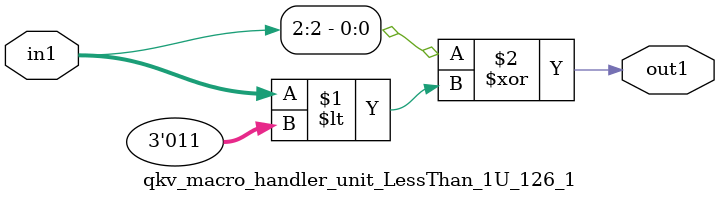
<source format=v>

`timescale 1ps / 1ps


module qkv_macro_handler_unit_LessThan_1U_126_1( in1, out1 );

    input [2:0] in1;
    output out1;

    
    // rtl_process:qkv_macro_handler_unit_LessThan_1U_126_1/qkv_macro_handler_unit_LessThan_1U_126_1_thread_1
    assign out1 = (in1[2] ^ in1 < 3'd3);

endmodule


</source>
